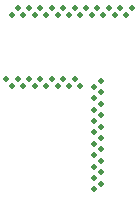
<source format=gbr>
G04 #@! TF.GenerationSoftware,KiCad,Pcbnew,(5.1.0)-1*
G04 #@! TF.CreationDate,2019-09-18T15:22:59-07:00*
G04 #@! TF.ProjectId,FlexPC,466c6578-5043-42e6-9b69-6361645f7063,rev?*
G04 #@! TF.SameCoordinates,Original*
G04 #@! TF.FileFunction,Copper,L2,Bot*
G04 #@! TF.FilePolarity,Positive*
%FSLAX46Y46*%
G04 Gerber Fmt 4.6, Leading zero omitted, Abs format (unit mm)*
G04 Created by KiCad (PCBNEW (5.1.0)-1) date 2019-09-18 15:22:59*
%MOMM*%
%LPD*%
G04 APERTURE LIST*
%ADD10C,0.508000*%
G04 APERTURE END LIST*
D10*
X34669240Y-37563050D03*
X35278840Y-37080451D03*
X34669240Y-36597851D03*
X35278840Y-36115252D03*
X34669240Y-35632652D03*
X35278840Y-35150053D03*
X34669240Y-34667453D03*
X35278840Y-34184854D03*
X34669240Y-33702254D03*
X35278840Y-33219655D03*
X34669240Y-32737055D03*
X35278840Y-32254456D03*
X34669240Y-31771856D03*
X35278840Y-31289257D03*
X34669240Y-30806657D03*
X35278840Y-30324058D03*
X34669240Y-29841458D03*
X35278840Y-29358859D03*
X34669240Y-28876259D03*
X35278840Y-28393660D03*
X33554173Y-28802600D03*
X33071574Y-28193000D03*
X32588974Y-28802600D03*
X32106375Y-28193000D03*
X31623775Y-28802600D03*
X31141176Y-28193000D03*
X30658576Y-28802600D03*
X30175977Y-28193000D03*
X29693377Y-28802600D03*
X29210778Y-28193000D03*
X28728178Y-28802600D03*
X28245579Y-28193000D03*
X27762979Y-28802600D03*
X27280380Y-28193000D03*
X27762200Y-22802600D03*
X28244799Y-22193000D03*
X37896793Y-22193000D03*
X37414194Y-22802600D03*
X36931594Y-22193000D03*
X36448995Y-22802600D03*
X35966395Y-22193000D03*
X35483796Y-22802600D03*
X35001196Y-22193000D03*
X34518597Y-22802600D03*
X34035997Y-22193000D03*
X33553398Y-22802600D03*
X33070798Y-22193000D03*
X32588199Y-22802600D03*
X32105599Y-22193000D03*
X31623000Y-22802600D03*
X31140400Y-22193000D03*
X30657801Y-22802600D03*
X30175201Y-22193000D03*
X29692602Y-22802600D03*
X29210002Y-22193000D03*
X28727403Y-22802600D03*
M02*

</source>
